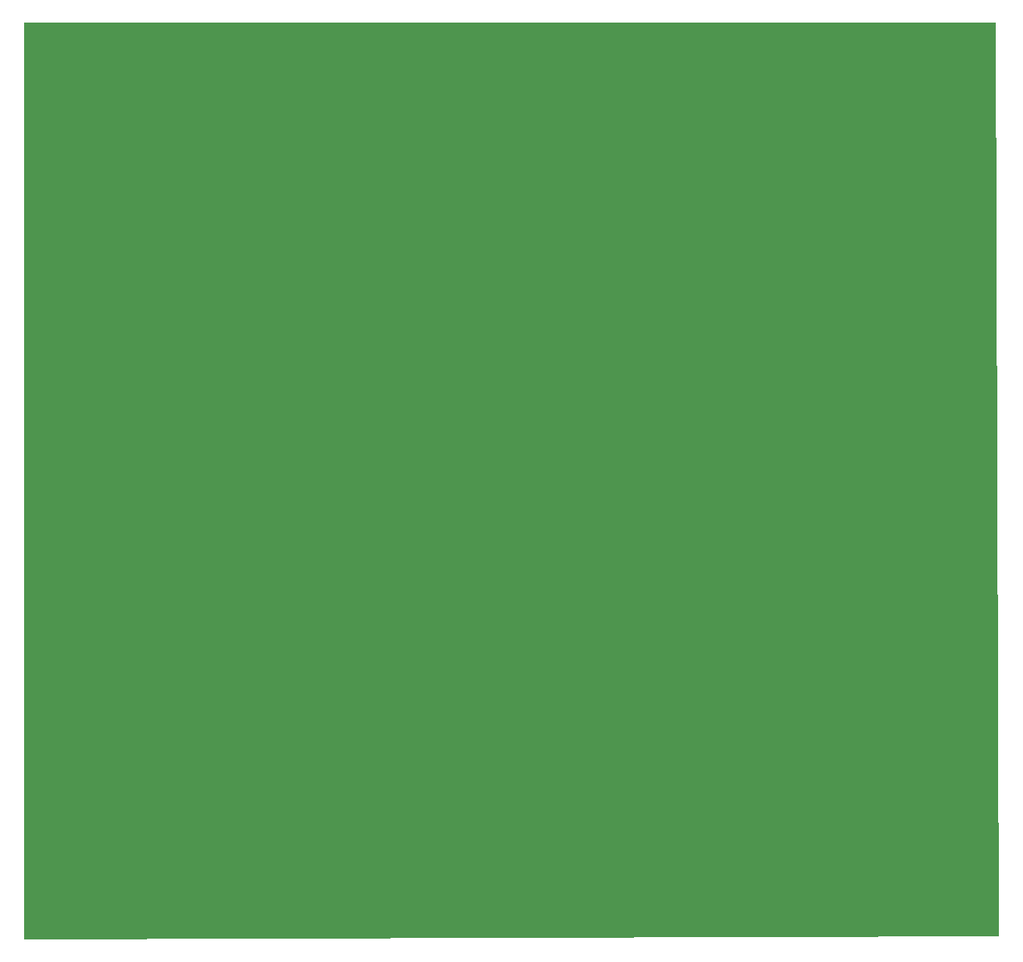
<source format=gbr>
G04 DipTrace 3.1.0.1*
G04 Board.gbr*
%MOIN*%
G04 #@! TF.FileFunction,Drawing,Board polygon*
G04 #@! TF.Part,Single*
%FSLAX26Y26*%
G04*
G70*
G90*
G75*
G01*
G04 BoardPoly*
%LPD*%
G36*
X394000Y4319000D2*
X4556500D1*
X4569000Y406500D1*
X394000Y394000D1*
Y2294000D1*
Y4319000D1*
G37*
M02*

</source>
